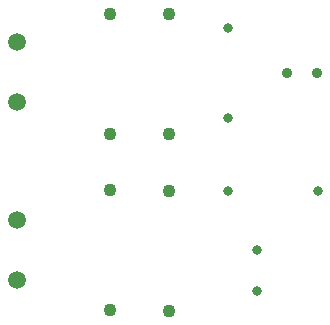
<source format=gbr>
%TF.GenerationSoftware,KiCad,Pcbnew,9.0.0*%
%TF.CreationDate,2025-11-30T22:11:09+05:30*%
%TF.ProjectId,ac_dc_converter,61635f64-635f-4636-9f6e-766572746572,rev?*%
%TF.SameCoordinates,Original*%
%TF.FileFunction,Plated,1,2,PTH,Drill*%
%TF.FilePolarity,Positive*%
%FSLAX46Y46*%
G04 Gerber Fmt 4.6, Leading zero omitted, Abs format (unit mm)*
G04 Created by KiCad (PCBNEW 9.0.0) date 2025-11-30 22:11:09*
%MOMM*%
%LPD*%
G01*
G04 APERTURE LIST*
%TA.AperFunction,ComponentDrill*%
%ADD10C,0.800000*%
%TD*%
%TA.AperFunction,ComponentDrill*%
%ADD11C,0.900000*%
%TD*%
%TA.AperFunction,ComponentDrill*%
%ADD12C,1.100000*%
%TD*%
%TA.AperFunction,ComponentDrill*%
%ADD13C,1.520000*%
%TD*%
G04 APERTURE END LIST*
D10*
%TO.C,R2*%
X157500000Y-71190000D03*
X157500000Y-78810000D03*
%TO.C,R1*%
X157500000Y-85000000D03*
%TO.C,C1*%
X160000000Y-90000000D03*
X160000000Y-93500000D03*
%TO.C,R1*%
X165120000Y-85000000D03*
D11*
%TO.C,D5*%
X162500000Y-75000000D03*
X165040000Y-75000000D03*
D12*
%TO.C,D2*%
X147500000Y-70000000D03*
X147500000Y-80160000D03*
%TO.C,D4*%
X147500000Y-84920000D03*
X147500000Y-95080000D03*
%TO.C,D1*%
X152500000Y-70000000D03*
X152500000Y-80160000D03*
%TO.C,D3*%
X152500000Y-85000000D03*
X152500000Y-95160000D03*
D13*
%TO.C,J1*%
X139630000Y-72420000D03*
X139630000Y-77500000D03*
%TO.C,J2*%
X139630000Y-87500000D03*
X139630000Y-92580000D03*
M02*

</source>
